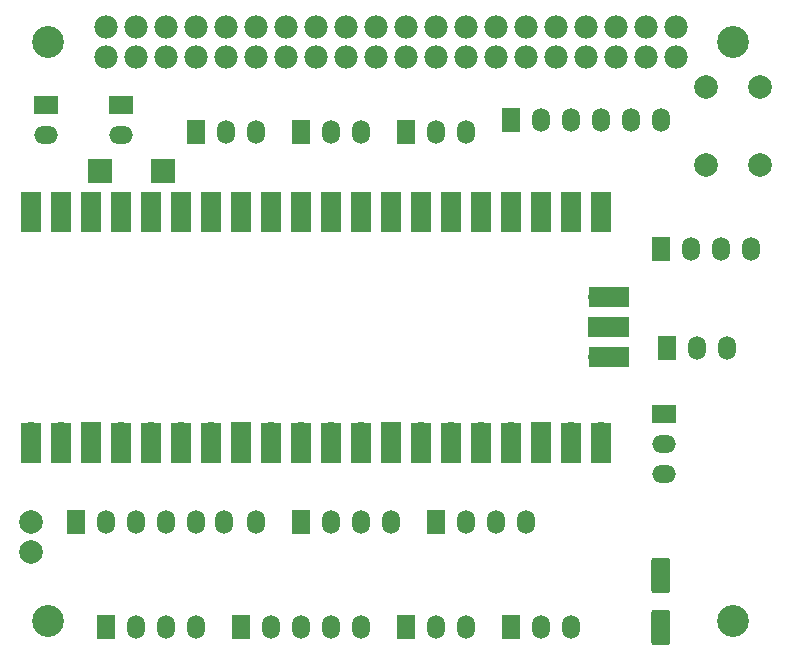
<source format=gbr>
%TF.GenerationSoftware,KiCad,Pcbnew,5.1.7-a382d34a8~87~ubuntu20.04.1*%
%TF.CreationDate,2021-04-14T12:00:42+02:00*%
%TF.ProjectId,pico_on_raspi,7069636f-5f6f-46e5-9f72-617370692e6b,rev?*%
%TF.SameCoordinates,Original*%
%TF.FileFunction,Soldermask,Top*%
%TF.FilePolarity,Negative*%
%FSLAX46Y46*%
G04 Gerber Fmt 4.6, Leading zero omitted, Abs format (unit mm)*
G04 Created by KiCad (PCBNEW 5.1.7-a382d34a8~87~ubuntu20.04.1) date 2021-04-14 12:00:42*
%MOMM*%
%LPD*%
G01*
G04 APERTURE LIST*
%ADD10O,1.700000X1.700000*%
%ADD11R,1.700000X1.700000*%
%ADD12R,1.700000X3.500000*%
%ADD13R,3.500000X1.700000*%
%ADD14C,1.998980*%
%ADD15O,1.500000X1.998980*%
%ADD16R,1.500000X1.998980*%
%ADD17O,1.998980X1.500000*%
%ADD18R,1.998980X1.500000*%
%ADD19C,2.700000*%
%ADD20C,1.990000*%
%ADD21R,1.998980X1.998980*%
G04 APERTURE END LIST*
D10*
%TO.C,U1*%
X68580000Y-125730000D03*
X71120000Y-125730000D03*
D11*
X73660000Y-125730000D03*
D10*
X76200000Y-125730000D03*
X78740000Y-125730000D03*
X81280000Y-125730000D03*
X83820000Y-125730000D03*
D11*
X86360000Y-125730000D03*
D10*
X88900000Y-125730000D03*
X91440000Y-125730000D03*
X93980000Y-125730000D03*
X96520000Y-125730000D03*
D11*
X99060000Y-125730000D03*
D10*
X101600000Y-125730000D03*
X104140000Y-125730000D03*
X106680000Y-125730000D03*
X109220000Y-125730000D03*
D11*
X111760000Y-125730000D03*
D10*
X114300000Y-125730000D03*
X116840000Y-125730000D03*
X116840000Y-107950000D03*
X114300000Y-107950000D03*
D11*
X111760000Y-107950000D03*
D10*
X109220000Y-107950000D03*
X106680000Y-107950000D03*
X104140000Y-107950000D03*
X101600000Y-107950000D03*
D11*
X99060000Y-107950000D03*
D10*
X96520000Y-107950000D03*
X93980000Y-107950000D03*
X91440000Y-107950000D03*
X88900000Y-107950000D03*
D11*
X86360000Y-107950000D03*
D10*
X83820000Y-107950000D03*
X81280000Y-107950000D03*
X78740000Y-107950000D03*
X76200000Y-107950000D03*
D11*
X73660000Y-107950000D03*
D10*
X71120000Y-107950000D03*
X68580000Y-107950000D03*
D12*
X68580000Y-126630000D03*
X71120000Y-126630000D03*
X73660000Y-126630000D03*
X76200000Y-126630000D03*
X78740000Y-126630000D03*
X81280000Y-126630000D03*
X83820000Y-126630000D03*
X86360000Y-126630000D03*
X88900000Y-126630000D03*
X91440000Y-126630000D03*
X93980000Y-126630000D03*
X96520000Y-126630000D03*
X99060000Y-126630000D03*
X101600000Y-126630000D03*
X104140000Y-126630000D03*
X106680000Y-126630000D03*
X109220000Y-126630000D03*
X111760000Y-126630000D03*
X114300000Y-126630000D03*
X116840000Y-126630000D03*
X68580000Y-107050000D03*
X71120000Y-107050000D03*
X73660000Y-107050000D03*
X76200000Y-107050000D03*
X78740000Y-107050000D03*
X81280000Y-107050000D03*
X83820000Y-107050000D03*
X86360000Y-107050000D03*
X88900000Y-107050000D03*
X91440000Y-107050000D03*
X93980000Y-107050000D03*
X96520000Y-107050000D03*
X99060000Y-107050000D03*
X101600000Y-107050000D03*
X104140000Y-107050000D03*
X106680000Y-107050000D03*
X109220000Y-107050000D03*
X111760000Y-107050000D03*
X114300000Y-107050000D03*
X116840000Y-107050000D03*
D13*
X117510000Y-119380000D03*
D10*
X116610000Y-119380000D03*
D13*
X117510000Y-116840000D03*
D11*
X116610000Y-116840000D03*
D13*
X117510000Y-114300000D03*
D10*
X116610000Y-114300000D03*
%TD*%
D14*
%TO.C,SW1*%
X130302000Y-96520000D03*
X125730000Y-96520000D03*
X125730000Y-103124000D03*
X130302000Y-103124000D03*
%TD*%
D15*
%TO.C,J1*%
X82550000Y-133350000D03*
X80010000Y-133350000D03*
X77470000Y-133350000D03*
X74930000Y-133350000D03*
D16*
X72390000Y-133350000D03*
D15*
X87630000Y-133350000D03*
X84963000Y-133350000D03*
%TD*%
%TO.C,J6*%
X96520000Y-142240000D03*
X93980000Y-142240000D03*
X91440000Y-142240000D03*
X88900000Y-142240000D03*
D16*
X86360000Y-142240000D03*
%TD*%
D17*
%TO.C,J13*%
X76200000Y-100584000D03*
D18*
X76200000Y-98044000D03*
%TD*%
D19*
%TO.C,H1*%
X70020460Y-92676540D03*
%TD*%
%TO.C,H2*%
X128013460Y-92712540D03*
%TD*%
%TO.C,H3*%
X70020460Y-141676540D03*
%TD*%
%TO.C,H4*%
X128020460Y-141676540D03*
%TD*%
D15*
%TO.C,J2*%
X82550000Y-142240000D03*
X80010000Y-142240000D03*
X77470000Y-142240000D03*
D16*
X74930000Y-142240000D03*
%TD*%
D15*
%TO.C,J3*%
X110490000Y-133350000D03*
X107950000Y-133350000D03*
X105410000Y-133350000D03*
D16*
X102870000Y-133350000D03*
%TD*%
D15*
%TO.C,J4*%
X105410000Y-142240000D03*
X102870000Y-142240000D03*
D16*
X100330000Y-142240000D03*
%TD*%
D15*
%TO.C,J5*%
X114300000Y-142240000D03*
X111760000Y-142240000D03*
D16*
X109220000Y-142240000D03*
%TD*%
D15*
%TO.C,J7*%
X99060000Y-133350000D03*
X96520000Y-133350000D03*
X93980000Y-133350000D03*
D16*
X91440000Y-133350000D03*
%TD*%
D14*
%TO.C,J8*%
X68580000Y-135890000D03*
X68580000Y-133350000D03*
%TD*%
D17*
%TO.C,J9*%
X122174000Y-129286000D03*
X122174000Y-126746000D03*
D18*
X122174000Y-124206000D03*
%TD*%
D15*
%TO.C,J14*%
X129540000Y-110236000D03*
X127000000Y-110236000D03*
X124460000Y-110236000D03*
D16*
X121920000Y-110236000D03*
%TD*%
D15*
%TO.C,J15*%
X87630000Y-100330000D03*
X85090000Y-100330000D03*
D16*
X82550000Y-100330000D03*
%TD*%
D15*
%TO.C,J16*%
X96520000Y-100330000D03*
X93980000Y-100330000D03*
D16*
X91440000Y-100330000D03*
%TD*%
D15*
%TO.C,J17*%
X127508000Y-118618000D03*
X124968000Y-118618000D03*
D16*
X122428000Y-118618000D03*
%TD*%
D15*
%TO.C,J18*%
X105410000Y-100330000D03*
X102870000Y-100330000D03*
D16*
X100330000Y-100330000D03*
%TD*%
D15*
%TO.C,J19*%
X121920000Y-99314000D03*
X119380000Y-99314000D03*
X116840000Y-99314000D03*
X114300000Y-99314000D03*
X111760000Y-99314000D03*
D16*
X109220000Y-99314000D03*
%TD*%
D20*
%TO.C,J20*%
X123187460Y-91442540D03*
X123187460Y-93982540D03*
X120647460Y-91442540D03*
X120647460Y-93982540D03*
X118107460Y-91442540D03*
X118107460Y-93982540D03*
X115567460Y-91442540D03*
X115567460Y-93982540D03*
X113027460Y-91442540D03*
X113027460Y-93982540D03*
X110487460Y-91442540D03*
X110487460Y-93982540D03*
X107947460Y-91442540D03*
X107947460Y-93982540D03*
X105407460Y-91442540D03*
X105407460Y-93982540D03*
X102867460Y-91442540D03*
X102867460Y-93982540D03*
X100327460Y-91442540D03*
X100327460Y-93982540D03*
X97787460Y-91442540D03*
X97787460Y-93982540D03*
X95247460Y-91442540D03*
X95247460Y-93982540D03*
X92707460Y-91442540D03*
X92707460Y-93982540D03*
X90167460Y-91442540D03*
X90167460Y-93982540D03*
X87627460Y-91442540D03*
X87627460Y-93982540D03*
X85087460Y-91442540D03*
X85087460Y-93982540D03*
X82547460Y-91442540D03*
X82547460Y-93982540D03*
X80007460Y-91442540D03*
X80007460Y-93982540D03*
X77467460Y-91442540D03*
X77467460Y-93982540D03*
X74927460Y-91442540D03*
X74927460Y-93982540D03*
%TD*%
D17*
%TO.C,J10*%
X69850000Y-100584000D03*
D18*
X69850000Y-98044000D03*
%TD*%
%TO.C,C1*%
G36*
G01*
X122470000Y-143740000D02*
X121370000Y-143740000D01*
G75*
G02*
X121120000Y-143490000I0J250000D01*
G01*
X121120000Y-140990000D01*
G75*
G02*
X121370000Y-140740000I250000J0D01*
G01*
X122470000Y-140740000D01*
G75*
G02*
X122720000Y-140990000I0J-250000D01*
G01*
X122720000Y-143490000D01*
G75*
G02*
X122470000Y-143740000I-250000J0D01*
G01*
G37*
G36*
G01*
X122470000Y-139340000D02*
X121370000Y-139340000D01*
G75*
G02*
X121120000Y-139090000I0J250000D01*
G01*
X121120000Y-136590000D01*
G75*
G02*
X121370000Y-136340000I250000J0D01*
G01*
X122470000Y-136340000D01*
G75*
G02*
X122720000Y-136590000I0J-250000D01*
G01*
X122720000Y-139090000D01*
G75*
G02*
X122470000Y-139340000I-250000J0D01*
G01*
G37*
%TD*%
D21*
%TO.C,J11*%
X74422000Y-103632000D03*
%TD*%
%TO.C,J12*%
X79756000Y-103632000D03*
%TD*%
M02*

</source>
